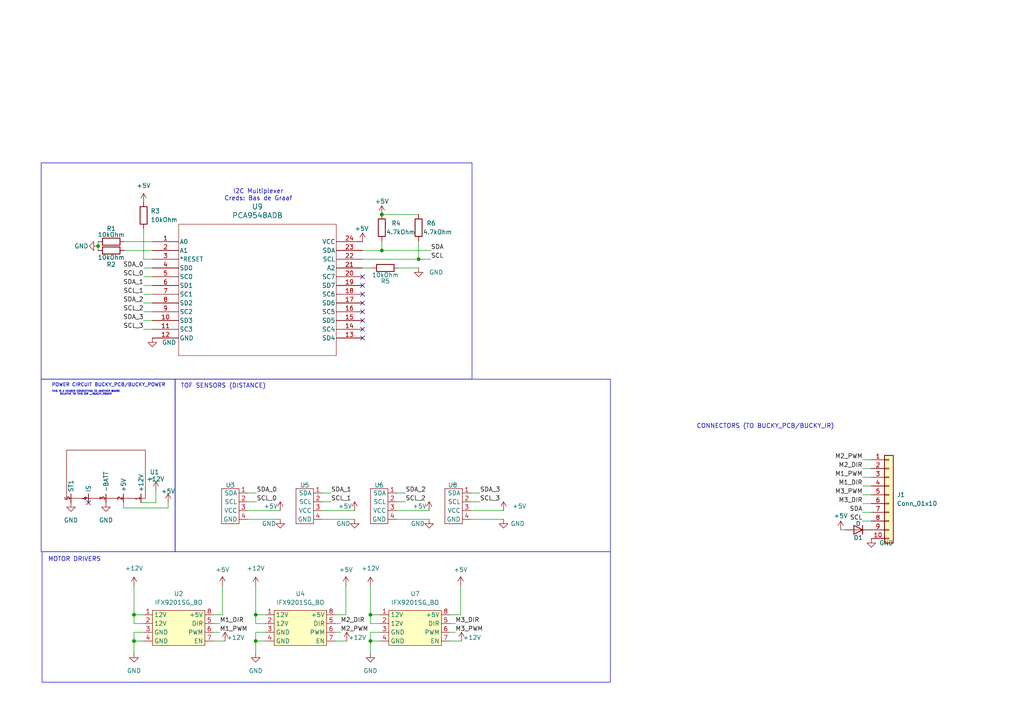
<source format=kicad_sch>
(kicad_sch (version 20231120) (generator "eeschema") (generator_version "8.0")
  (paper "A4")
  (title_block (title "MAIN BOARD") (date "2024-09-11") (rev "V1") (company "koen1711"))
  (lib_symbols
    (symbol "+5V_1" (power) (pin_numbers hide) (pin_names (offset 0) hide)
      (property "Value" "+5V" (at 0 3.556 0))
      (symbol "+5V_1_0_1"
        (polyline (pts (xy -0.762 1.27) (xy 0 2.54)))
        (polyline (pts (xy 0 0) (xy 0 2.54)))
        (polyline (pts (xy 0 2.54) (xy 0.762 1.27)))
      )
      (symbol "+5V_1_1_1"
        (pin power_in line (at 0 0 90) (length 0) (name "~") (number "1"))
      )
    )
    (symbol "+5V_2" (power) (pin_numbers hide) (pin_names (offset 0) hide)
      (property "Value" "+5V" (at 0 3.556 0))
      (symbol "+5V_2_0_1"
        (polyline (pts (xy -0.762 1.27) (xy 0 2.54)))
        (polyline (pts (xy 0 0) (xy 0 2.54)))
        (polyline (pts (xy 0 2.54) (xy 0.762 1.27)))
      )
      (symbol "+5V_2_1_1"
        (pin power_in line (at 0 0 90) (length 0) (name "~") (number "1"))
      )
    )
    (symbol "+5V_3" (power) (pin_numbers hide) (pin_names (offset 0) hide)
      (property "Value" "+5V" (at 0 3.556 0))
      (symbol "+5V_3_0_1"
        (polyline (pts (xy -0.762 1.27) (xy 0 2.54)))
        (polyline (pts (xy 0 0) (xy 0 2.54)))
        (polyline (pts (xy 0 2.54) (xy 0.762 1.27)))
      )
      (symbol "+5V_3_1_1"
        (pin power_in line (at 0 0 90) (length 0) (name "~") (number "1"))
      )
    )
    (symbol "+5V_4" (power) (pin_numbers hide) (pin_names (offset 0) hide)
      (property "Value" "+5V" (at 0 3.556 0))
      (symbol "+5V_4_0_1"
        (polyline (pts (xy -0.762 1.27) (xy 0 2.54)))
        (polyline (pts (xy 0 0) (xy 0 2.54)))
        (polyline (pts (xy 0 2.54) (xy 0.762 1.27)))
      )
      (symbol "+5V_4_1_1"
        (pin power_in line (at 0 0 90) (length 0) (name "~") (number "1"))
      )
    )
    (symbol "+5V_5" (power) (pin_numbers hide) (pin_names (offset 0) hide)
      (property "Value" "+5V" (at 0 3.556 0))
      (symbol "+5V_5_0_1"
        (polyline (pts (xy -0.762 1.27) (xy 0 2.54)))
        (polyline (pts (xy 0 0) (xy 0 2.54)))
        (polyline (pts (xy 0 2.54) (xy 0.762 1.27)))
      )
      (symbol "+5V_5_1_1"
        (pin power_in line (at 0 0 90) (length 0) (name "~") (number "1"))
      )
    )
    (symbol "+5V_6" (power) (pin_numbers hide) (pin_names (offset 0) hide)
      (property "Value" "+5V" (at 0 3.556 0))
      (symbol "+5V_6_0_1"
        (polyline (pts (xy -0.762 1.27) (xy 0 2.54)))
        (polyline (pts (xy 0 0) (xy 0 2.54)))
        (polyline (pts (xy 0 2.54) (xy 0.762 1.27)))
      )
      (symbol "+5V_6_1_1"
        (pin power_in line (at 0 0 90) (length 0) (name "~") (number "1"))
      )
    )
    (symbol "BUCKY_DRIVE:BUCKY_POWER"
      (property "Reference" "U4" (at 12.7 -8.8899 0))
      (property "Value" "~" (at 12.7 -10.795 0))
      (symbol "BUCKY_POWER_0_1"
        (rectangle (start -11.43 -2.54) (end 11.43 -16.51))
      )
      (symbol "BUCKY_POWER_1_1"
        (pin power_out line (at 10.16 -17.78 90) (length 2.54) (name "+12V") (number "1"))
        (pin power_out line (at 5.08 -17.78 90) (length 2.54) (name "+5V") (number "2"))
        (pin power_in line (at 0 -17.78 90) (length 2.54) (name "-BATT") (number "3"))
        (pin bidirectional line (at -5.08 -17.78 90) (length 2.54) (name "IS") (number "4"))
        (pin bidirectional line (at -10.16 -17.78 90) (length 2.54) (name "ST1") (number "5"))
      )
    )
    (symbol "BUCKY_DRIVE:IFX9201SG_BO"
      (property "Reference" "U" (at -5.08 6.35 0))
      (property "Value" "IFX9201SG_BO" (at 5.08 6.35 0))
      (symbol "IFX9201SG_BO_0_1"
        (rectangle (start -5.08 5.08) (end 10.16 -5.08) (stroke (width 0.1524)) (fill (type background)))
      )
      (symbol "IFX9201SG_BO_1_1"
        (pin power_in line (at -7.62 3.81 0) (length 2.54) (name "12V") (number "1"))
        (pin power_in line (at -7.62 1.27 0) (length 2.54) (name "12V") (number "2"))
        (pin power_out line (at -7.62 -1.27 0) (length 2.54) (name "GND") (number "3"))
        (pin power_out line (at -7.62 -3.81 0) (length 2.54) (name "GND") (number "4"))
        (pin input line (at 12.7 1.27 180) (length 2.54) (name "DIR") (number "5"))
        (pin input line (at 12.7 -1.27 180) (length 2.54) (name "PWM") (number "6"))
        (pin input line (at 12.7 -3.81 180) (length 2.54) (name "EN") (number "7"))
        (pin power_in line (at 12.7 3.81 180) (length 2.54) (name "+5V") (number "8"))
      )
    )
    (symbol "BUCKY_MULTIPLEXER:PCA9548ADB" (pin_names (offset 0.254))
      (property "Reference" "U" (at 30.48 10.16 0))
      (property "Value" "PCA9548ADB" (at 30.48 7.62 0))
      (symbol "PCA9548ADB_0_1"
        (polyline (pts (xy 7.62 -33.02) (xy 53.34 -33.02)) (stroke (width 0.127)))
        (polyline (pts (xy 7.62 5.08) (xy 7.62 -33.02)) (stroke (width 0.127)))
        (polyline (pts (xy 53.34 -33.02) (xy 53.34 5.08)) (stroke (width 0.127)))
        (polyline (pts (xy 53.34 5.08) (xy 7.62 5.08)) (stroke (width 0.127)))
        (pin input line (at 0 0 0) (length 7.62) (name "A0") (number "1"))
        (pin unspecified line (at 0 -22.86 0) (length 7.62) (name "SD3") (number "10"))
        (pin unspecified line (at 0 -25.4 0) (length 7.62) (name "SC3") (number "11"))
        (pin power_in line (at 0 -27.94 0) (length 7.62) (name "GND") (number "12"))
        (pin unspecified line (at 60.96 -27.94 180) (length 7.62) (name "SD4") (number "13"))
        (pin unspecified line (at 60.96 -25.4 180) (length 7.62) (name "SC4") (number "14"))
        (pin unspecified line (at 60.96 -22.86 180) (length 7.62) (name "SD5") (number "15"))
        (pin unspecified line (at 60.96 -20.32 180) (length 7.62) (name "SC5") (number "16"))
        (pin unspecified line (at 60.96 -17.78 180) (length 7.62) (name "SD6") (number "17"))
        (pin unspecified line (at 60.96 -15.24 180) (length 7.62) (name "SC6") (number "18"))
        (pin unspecified line (at 60.96 -12.7 180) (length 7.62) (name "SD7") (number "19"))
        (pin input line (at 0 -2.54 0) (length 7.62) (name "A1") (number "2"))
        (pin unspecified line (at 60.96 -10.16 180) (length 7.62) (name "SC7") (number "20"))
        (pin input line (at 60.96 -7.62 180) (length 7.62) (name "A2") (number "21"))
        (pin unspecified line (at 60.96 -5.08 180) (length 7.62) (name "SCL") (number "22"))
        (pin unspecified line (at 60.96 -2.54 180) (length 7.62) (name "SDA") (number "23"))
        (pin power_in line (at 60.96 0 180) (length 7.62) (name "VCC") (number "24"))
        (pin input line (at 0 -5.08 0) (length 7.62) (name "*RESET") (number "3"))
        (pin unspecified line (at 0 -7.62 0) (length 7.62) (name "SD0") (number "4"))
        (pin unspecified line (at 0 -10.16 0) (length 7.62) (name "SC0") (number "5"))
        (pin unspecified line (at 0 -12.7 0) (length 7.62) (name "SD1") (number "6"))
        (pin unspecified line (at 0 -15.24 0) (length 7.62) (name "SC1") (number "7"))
        (pin unspecified line (at 0 -17.78 0) (length 7.62) (name "SD2") (number "8"))
        (pin unspecified line (at 0 -20.32 0) (length 7.62) (name "SC2") (number "9"))
      )
    )
    (symbol "BUCKY_TOF_1"
      (property "Reference" "U8" (at -0.254 1.016 0))
      (property "Value" "~" (at 0 1.27 0))
      (symbol "BUCKY_TOF_1_0_1"
        (rectangle (start -2.54 0) (end 2.54 -10.16))
      )
      (symbol "BUCKY_TOF_1_1_1"
        (pin bidirectional line (at 5.08 -1.27 180) (length 2.54) (name "SDA") (number "1"))
        (pin bidirectional line (at 5.08 -3.81 180) (length 2.54) (name "SCL") (number "2"))
        (pin power_in line (at 5.08 -6.35 180) (length 2.54) (name "VCC") (number "3"))
        (pin power_out line (at 5.08 -8.89 180) (length 2.54) (name "GND") (number "4"))
      )
    )
    (symbol "BUCKY_TOF_2"
      (property "Reference" "U" (at 0 1.27 0))
      (symbol "BUCKY_TOF_2_0_1"
        (rectangle (start -2.54 0) (end 2.54 -10.16))
      )
      (symbol "BUCKY_TOF_2_1_1"
        (pin bidirectional line (at 5.08 -1.27 180) (length 2.54) (name "SDA") (number "1"))
        (pin bidirectional line (at 5.08 -3.81 180) (length 2.54) (name "SCL") (number "2"))
        (pin power_in line (at 5.08 -6.35 180) (length 2.54) (name "VCC") (number "3"))
        (pin power_out line (at 5.08 -8.89 180) (length 2.54) (name "GND") (number "4"))
      )
    )
    (symbol "Connector_Generic:Conn_01x10" (pin_names (offset 1.016) hide)
      (property "Reference" "J" (at 0 12.7 0))
      (property "Value" "Conn_01x10" (at 0 -15.24 0))
      (symbol "Conn_01x10_1_1"
        (rectangle (start -1.27 -12.573) (end 0 -12.827) (stroke (width 0.1524)))
        (rectangle (start -1.27 -10.033) (end 0 -10.287) (stroke (width 0.1524)))
        (rectangle (start -1.27 -7.493) (end 0 -7.747) (stroke (width 0.1524)))
        (rectangle (start -1.27 -4.953) (end 0 -5.207) (stroke (width 0.1524)))
        (rectangle (start -1.27 -2.413) (end 0 -2.667) (stroke (width 0.1524)))
        (rectangle (start -1.27 0.127) (end 0 -0.127) (stroke (width 0.1524)))
        (rectangle (start -1.27 2.667) (end 0 2.413) (stroke (width 0.1524)))
        (rectangle (start -1.27 5.207) (end 0 4.953) (stroke (width 0.1524)))
        (rectangle (start -1.27 7.747) (end 0 7.493) (stroke (width 0.1524)))
        (rectangle (start -1.27 10.287) (end 0 10.033) (stroke (width 0.1524)))
        (rectangle (start -1.27 11.43) (end 1.27 -13.97) (stroke (width 0.254)) (fill (type background)))
        (pin passive line (at -5.08 10.16 0) (length 3.81) (name "Pin_1") (number "1"))
        (pin passive line (at -5.08 -12.7 0) (length 3.81) (name "Pin_10") (number "10"))
        (pin passive line (at -5.08 7.62 0) (length 3.81) (name "Pin_2") (number "2"))
        (pin passive line (at -5.08 5.08 0) (length 3.81) (name "Pin_3") (number "3"))
        (pin passive line (at -5.08 2.54 0) (length 3.81) (name "Pin_4") (number "4"))
        (pin passive line (at -5.08 0 0) (length 3.81) (name "Pin_5") (number "5"))
        (pin passive line (at -5.08 -2.54 0) (length 3.81) (name "Pin_6") (number "6"))
        (pin passive line (at -5.08 -5.08 0) (length 3.81) (name "Pin_7") (number "7"))
        (pin passive line (at -5.08 -7.62 0) (length 3.81) (name "Pin_8") (number "8"))
        (pin passive line (at -5.08 -10.16 0) (length 3.81) (name "Pin_9") (number "9"))
      )
    )
    (symbol "Device:D" (pin_numbers hide) (pin_names (offset 1.016) hide)
      (property "Reference" "D" (at 0 2.54 0))
      (property "Value" "D" (at 0 -2.54 0))
      (symbol "D_0_1"
        (polyline (pts (xy -1.27 1.27) (xy -1.27 -1.27)) (stroke (width 0.254)))
        (polyline (pts (xy 1.27 0) (xy -1.27 0)))
        (polyline (pts (xy 1.27 1.27) (xy 1.27 -1.27) (xy -1.27 0) (xy 1.27 1.27)) (stroke (width 0.254)))
      )
      (symbol "D_1_1"
        (pin passive line (at -3.81 0 0) (length 2.54) (name "K") (number "1"))
        (pin passive line (at 3.81 0 180) (length 2.54) (name "A") (number "2"))
      )
    )
    (symbol "Device:R" (pin_numbers hide) (pin_names (offset 0))
      (property "Reference" "R" (at 2.032 0 90))
      (property "Value" "R" (at 0 0 90))
      (symbol "R_0_1"
        (rectangle (start -1.016 -2.54) (end 1.016 2.54) (stroke (width 0.254)))
      )
      (symbol "R_1_1"
        (pin passive line (at 0 3.81 270) (length 1.27) (name "~") (number "1"))
        (pin passive line (at 0 -3.81 90) (length 1.27) (name "~") (number "2"))
      )
    )
    (symbol "GND_1" (power) (pin_numbers hide) (pin_names (offset 0) hide)
      (property "Value" "GND" (at 0 -3.81 0))
      (symbol "GND_1_0_1"
        (polyline (pts (xy 0 0) (xy 0 -1.27) (xy 1.27 -1.27) (xy 0 -2.54) (xy -1.27 -1.27) (xy 0 -1.27)))
      )
      (symbol "GND_1_1_1"
        (pin power_in line (at 0 0 270) (length 0) (name "~") (number "1"))
      )
    )
    (symbol "GND_2" (power) (pin_numbers hide) (pin_names (offset 0) hide)
      (property "Value" "GND" (at 0 -3.81 0))
      (symbol "GND_2_0_1"
        (polyline (pts (xy 0 0) (xy 0 -1.27) (xy 1.27 -1.27) (xy 0 -2.54) (xy -1.27 -1.27) (xy 0 -1.27)))
      )
      (symbol "GND_2_1_1"
        (pin power_in line (at 0 0 270) (length 0) (name "~") (number "1"))
      )
    )
    (symbol "GND_3" (power) (pin_numbers hide) (pin_names (offset 0) hide)
      (property "Value" "GND" (at 0 -3.81 0))
      (symbol "GND_3_0_1"
        (polyline (pts (xy 0 0) (xy 0 -1.27) (xy 1.27 -1.27) (xy 0 -2.54) (xy -1.27 -1.27) (xy 0 -1.27)))
      )
      (symbol "GND_3_1_1"
        (pin power_in line (at 0 0 270) (length 0) (name "~") (number "1"))
      )
    )
    (symbol "GND_4" (power) (pin_numbers hide) (pin_names (offset 0) hide)
      (property "Value" "GND" (at 0 -3.81 0))
      (symbol "GND_4_0_1"
        (polyline (pts (xy 0 0) (xy 0 -1.27) (xy 1.27 -1.27) (xy 0 -2.54) (xy -1.27 -1.27) (xy 0 -1.27)))
      )
      (symbol "GND_4_1_1"
        (pin power_in line (at 0 0 270) (length 0) (name "~") (number "1"))
      )
    )
    (symbol "GND_5" (power) (pin_numbers hide) (pin_names (offset 0) hide)
      (property "Value" "GND" (at 0 -3.81 0))
      (symbol "GND_5_0_1"
        (polyline (pts (xy 0 0) (xy 0 -1.27) (xy 1.27 -1.27) (xy 0 -2.54) (xy -1.27 -1.27) (xy 0 -1.27)))
      )
      (symbol "GND_5_1_1"
        (pin power_in line (at 0 0 270) (length 0) (name "~") (number "1"))
      )
    )
    (symbol "GND_6" (power) (pin_numbers hide) (pin_names (offset 0) hide)
      (property "Value" "GND" (at 0 -3.81 0))
      (symbol "GND_6_0_1"
        (polyline (pts (xy 0 0) (xy 0 -1.27) (xy 1.27 -1.27) (xy 0 -2.54) (xy -1.27 -1.27) (xy 0 -1.27)))
      )
      (symbol "GND_6_1_1"
        (pin power_in line (at 0 0 270) (length 0) (name "~") (number "1"))
      )
    )
    (symbol "power:+12V" (power) (pin_names (offset 0))
      (property "Value" "+12V" (at 0 3.556 0))
      (symbol "+12V_0_1"
        (polyline (pts (xy -0.762 1.27) (xy 0 2.54)))
        (polyline (pts (xy 0 0) (xy 0 2.54)))
        (polyline (pts (xy 0 2.54) (xy 0.762 1.27)))
      )
      (symbol "+12V_1_1"
        (pin power_in line (at 0 0 90) (length 0) hide (name "+12V") (number "1"))
      )
    )
    (symbol "power:+5V" (power) (pin_names (offset 0))
      (property "Value" "+5V" (at 0 3.556 0))
      (symbol "+5V_0_1"
        (polyline (pts (xy -0.762 1.27) (xy 0 2.54)))
        (polyline (pts (xy 0 0) (xy 0 2.54)))
        (polyline (pts (xy 0 2.54) (xy 0.762 1.27)))
      )
      (symbol "+5V_1_1"
        (pin power_in line (at 0 0 90) (length 0) hide (name "+5V") (number "1"))
      )
    )
    (symbol "power:GND" (power) (pin_names (offset 0))
      (property "Value" "GND" (at 0 -3.81 0))
      (symbol "GND_0_1"
        (polyline (pts (xy 0 0) (xy 0 -1.27) (xy 1.27 -1.27) (xy 0 -2.54) (xy -1.27 -1.27) (xy 0 -1.27)))
      )
      (symbol "GND_1_1"
        (pin power_in line (at 0 0 270) (length 0) hide (name "GND") (number "1"))
      )
    )
  )
  (junction (at 28.448 71.374))
  (junction (at 38.862 185.928))
  (junction (at 121.412 75.184))
  (junction (at 74.168 178.308))
  (junction (at 74.168 185.928))
  (junction (at 107.442 178.308))
  (junction (at 38.862 178.308))
  (junction (at 110.744 72.644))
  (junction (at 110.744 62.23))
  (junction (at 107.442 185.928))
  (no_connect (at 105.156 85.344))
  (no_connect (at 105.156 87.884))
  (no_connect (at 105.156 82.804))
  (no_connect (at 25.654 145.796))
  (no_connect (at 105.156 95.504))
  (no_connect (at 105.156 92.964))
  (no_connect (at 105.156 98.044))
  (no_connect (at 105.156 90.424))
  (no_connect (at 105.156 80.264))
  (wire (pts (xy 28.448 70.104) (xy 28.448 71.374)))
  (wire (pts (xy 41.656 92.964) (xy 44.196 92.964)))
  (wire (pts (xy 107.95 77.724) (xy 105.156 77.724)))
  (wire (pts (xy 121.412 75.184) (xy 124.968 75.184)))
  (wire (pts (xy 76.962 183.388) (xy 74.168 183.388)))
  (wire (pts (xy 102.87 148.082) (xy 93.472 148.082)))
  (wire (pts (xy 110.236 180.848) (xy 107.442 180.848)))
  (wire (pts (xy 110.744 69.85) (xy 110.744 72.644)))
  (wire (pts (xy 115.062 145.542) (xy 117.602 145.542)))
  (wire (pts (xy 41.656 183.388) (xy 38.862 183.388)))
  (wire (pts (xy 136.652 143.002) (xy 139.192 143.002)))
  (wire (pts (xy 41.656 82.804) (xy 44.196 82.804)))
  (wire (pts (xy 250.19 146.05) (xy 252.73 146.05)))
  (wire (pts (xy 41.656 95.504) (xy 44.196 95.504)))
  (wire (pts (xy 36.068 70.104) (xy 44.196 70.104)))
  (wire (pts (xy 41.656 180.848) (xy 38.862 180.848)))
  (wire (pts (xy 41.656 87.884) (xy 44.196 87.884)))
  (wire (pts (xy 81.28 150.622) (xy 71.882 150.622)))
  (wire (pts (xy 81.28 148.082) (xy 71.882 148.082)))
  (wire (pts (xy 133.604 169.799) (xy 133.604 178.308)))
  (wire (pts (xy 74.168 178.308) (xy 74.168 169.926)))
  (wire (pts (xy 107.442 185.928) (xy 107.442 189.484)))
  (wire (pts (xy 71.882 143.002) (xy 74.422 143.002)))
  (wire (pts (xy 45.212 142.24) (xy 45.212 145.796)))
  (wire (pts (xy 107.442 180.848) (xy 107.442 178.308)))
  (wire (pts (xy 97.282 180.848) (xy 98.806 180.848)))
  (wire (pts (xy 64.516 178.308) (xy 61.976 178.308)))
  (wire (pts (xy 41.656 85.344) (xy 44.196 85.344)))
  (wire (pts (xy 48.768 145.796) (xy 48.768 147.32)))
  (wire (pts (xy 250.19 138.43) (xy 252.73 138.43)))
  (wire (pts (xy 121.412 77.724) (xy 115.57 77.724)))
  (wire (pts (xy 124.46 148.082) (xy 115.062 148.082)))
  (wire (pts (xy 100.584 185.928) (xy 97.282 185.928)))
  (wire (pts (xy 146.05 150.622) (xy 136.652 150.622)))
  (wire (pts (xy 121.412 69.85) (xy 121.412 75.184)))
  (wire (pts (xy 35.814 147.32) (xy 35.814 145.796)))
  (wire (pts (xy 93.472 145.542) (xy 96.012 145.542)))
  (wire (pts (xy 130.556 183.388) (xy 132.08 183.388)))
  (wire (pts (xy 133.858 185.928) (xy 130.556 185.928)))
  (wire (pts (xy 97.282 183.388) (xy 98.806 183.388)))
  (wire (pts (xy 133.604 178.308) (xy 130.556 178.308)))
  (wire (pts (xy 61.976 183.388) (xy 63.754 183.388)))
  (wire (pts (xy 93.472 143.002) (xy 96.012 143.002)))
  (wire (pts (xy 110.744 72.644) (xy 124.968 72.644)))
  (wire (pts (xy 107.442 185.928) (xy 110.236 185.928)))
  (wire (pts (xy 38.862 183.388) (xy 38.862 185.928)))
  (wire (pts (xy 250.19 148.59) (xy 252.73 148.59)))
  (wire (pts (xy 71.882 145.542) (xy 74.422 145.542)))
  (wire (pts (xy 41.656 90.424) (xy 44.196 90.424)))
  (wire (pts (xy 65.278 185.928) (xy 61.976 185.928)))
  (wire (pts (xy 45.212 145.796) (xy 40.894 145.796)))
  (wire (pts (xy 76.962 180.848) (xy 74.168 180.848)))
  (wire (pts (xy 110.744 62.23) (xy 121.412 62.23)))
  (wire (pts (xy 74.168 180.848) (xy 74.168 178.308)))
  (wire (pts (xy 41.656 66.294) (xy 41.656 75.184)))
  (wire (pts (xy 28.448 71.374) (xy 28.448 72.644)))
  (wire (pts (xy 107.442 178.308) (xy 110.236 178.308)))
  (wire (pts (xy 250.19 133.35) (xy 252.73 133.35)))
  (wire (pts (xy 107.442 178.308) (xy 107.442 169.926)))
  (wire (pts (xy 44.196 75.184) (xy 41.656 75.184)))
  (wire (pts (xy 105.156 75.184) (xy 121.412 75.184)))
  (wire (pts (xy 250.19 135.89) (xy 252.73 135.89)))
  (wire (pts (xy 38.862 185.928) (xy 38.862 189.484)))
  (wire (pts (xy 64.516 169.799) (xy 64.516 178.308)))
  (wire (pts (xy 38.862 180.848) (xy 38.862 178.308)))
  (wire (pts (xy 146.05 148.082) (xy 136.652 148.082)))
  (wire (pts (xy 102.87 150.622) (xy 93.472 150.622)))
  (wire (pts (xy 48.768 147.32) (xy 35.814 147.32)))
  (wire (pts (xy 41.656 80.264) (xy 44.196 80.264)))
  (wire (pts (xy 105.156 72.644) (xy 110.744 72.644)))
  (wire (pts (xy 38.862 178.308) (xy 38.862 169.926)))
  (wire (pts (xy 124.46 150.622) (xy 115.062 150.622)))
  (wire (pts (xy 250.19 143.51) (xy 252.73 143.51)))
  (wire (pts (xy 36.068 72.644) (xy 44.196 72.644)))
  (wire (pts (xy 107.442 183.388) (xy 107.442 185.928)))
  (wire (pts (xy 41.656 77.724) (xy 44.196 77.724)))
  (wire (pts (xy 74.168 183.388) (xy 74.168 185.928)))
  (wire (pts (xy 38.862 185.928) (xy 41.656 185.928)))
  (wire (pts (xy 100.33 178.308) (xy 97.282 178.308)))
  (wire (pts (xy 38.862 178.308) (xy 41.656 178.308)))
  (wire (pts (xy 74.168 178.308) (xy 76.962 178.308)))
  (wire (pts (xy 100.33 169.799) (xy 100.33 178.308)))
  (wire (pts (xy 243.84 153.67) (xy 245.11 153.67)))
  (wire (pts (xy 74.168 185.928) (xy 74.168 189.484)))
  (wire (pts (xy 130.556 180.848) (xy 132.08 180.848)))
  (wire (pts (xy 250.19 151.13) (xy 252.73 151.13)))
  (wire (pts (xy 250.19 140.97) (xy 252.73 140.97)))
  (wire (pts (xy 115.062 143.002) (xy 117.602 143.002)))
  (wire (pts (xy 136.652 145.542) (xy 139.192 145.542)))
  (wire (pts (xy 61.976 180.848) (xy 63.754 180.848)))
  (wire (pts (xy 110.236 183.388) (xy 107.442 183.388)))
  (wire (pts (xy 74.168 185.928) (xy 76.962 185.928)))
  (rectangle (start 11.938 47.244) (end 136.906 109.982))
  (rectangle (start 12.192 160.02) (end 177.038 197.866))
  (rectangle (start 11.938 109.982) (end 50.8 160.02))
  (rectangle (start 50.8 109.982) (end 177.038 160.02))
  (text "CONNECTORS (TO BUCKY_PCB/BUCKY_IR)" (at 221.996 123.698 0) (effects (font (size 1.27 1.27))))
  (text "TOF SENSORS (DISTANCE)\n" (at 64.77 112.014 0) (effects (font (size 1.27 1.27))))
  (text "I2C Multiplexer\nCreds: Bas de Graaf\n" (at 74.93 56.642 0) (effects (font (size 1.27 1.27))))
  (text "THIS IS A HEADER CONNECTING TO ANOTHER BOARD\nRELATIVE TO THIS DIR ../BUCKY_POWER" (at 24.892 114.046 0) (effects (font (size 0.5 0.5))))
  (text "MOTOR DRIVERS\n" (at 21.59 162.306 0) (effects (font (size 1.27 1.27))))
  (text "POWER CIRCUIT BUCKY_PCB/BUCKY_POWER\n" (at 31.496 111.76 0) (effects (font (size 1 1))))
  (label "SDA" (at 250.19 148.59 180))
  (label "SDA_0" (at 41.656 77.724 180))
  (label "SDA_2" (at 117.602 143.002 0))
  (label "M2_PWM" (at 250.19 133.35 180))
  (label "SDA_3" (at 41.656 92.964 180))
  (label "M3_PWM" (at 132.08 183.388 0))
  (label "M1_DIR" (at 63.754 180.848 0))
  (label "SDA" (at 124.968 72.644 0))
  (label "SCL_1" (at 96.012 145.542 0))
  (label "SCL_3" (at 41.656 95.504 180))
  (label "M1_DIR" (at 250.19 140.97 180))
  (label "SCL_3" (at 139.192 145.542 0))
  (label "SCL_2" (at 41.656 90.424 180))
  (label "SDA_1" (at 41.656 82.804 180))
  (label "M3_DIR" (at 250.19 146.05 180))
  (label "M3_PWM" (at 250.19 143.51 180))
  (label "M1_PWM" (at 250.19 138.43 180))
  (label "M3_DIR" (at 132.08 180.848 0))
  (label "SCL" (at 250.19 151.13 180))
  (label "M2_PWM" (at 98.806 183.388 0))
  (label "SCL_0" (at 74.422 145.542 0))
  (label "SCL" (at 124.968 75.184 0))
  (label "SCL_0" (at 41.656 80.264 180))
  (label "M1_PWM" (at 63.754 183.388 0))
  (label "M2_DIR" (at 250.19 135.89 180))
  (label "SDA_2" (at 41.656 87.884 180))
  (label "SCL_1" (at 41.656 85.344 180))
  (label "SDA_1" (at 96.012 143.002 0))
  (label "SDA_3" (at 139.192 143.002 0))
  (label "M2_DIR" (at 98.806 180.848 0))
  (label "SCL_2" (at 117.602 145.542 0))
  (label "SDA_0" (at 74.422 143.002 0))
  (symbol (lib_name "GND_1") (lib_id "power:GND") (at 81.28 150.622 0) (unit 1)
    (property "Reference" "#PWR012" (effects (hide yes)))
    (property "Value" "GND" (at 75.946 151.892 0) (effects (justify left)))
    (property "Description" "Power symbol creates a global label with name \"GND\" , ground" (effects (hide yes)))
  )
  (symbol (lib_name "GND_4") (lib_id "power:GND") (at 44.196 98.044 0) (unit 1)
    (property "Reference" "#PWR027" (effects (hide yes)))
    (property "Value" "GND" (at 46.99 99.3139 0) (effects (justify left)))
    (property "Description" "Power symbol creates a global label with name \"GND\" , ground" (effects (hide yes)))
  )
  (symbol (lib_name "+5V_6") (lib_id "power:+5V") (at 41.656 58.674 0) (unit 1)
    (property "Reference" "#PWR026" (effects (hide yes)))
    (property "Value" "+5V" (at 41.656 53.848 0))
    (property "Description" "Power symbol creates a global label with name \"+5V\"" (effects (hide yes)))
  )
  (symbol (lib_name "GND_1") (lib_id "power:GND") (at 124.46 150.622 0) (unit 1)
    (property "Reference" "#PWR020" (effects (hide yes)))
    (property "Value" "GND" (at 119.126 151.892 0) (effects (justify left)))
    (property "Description" "Power symbol creates a global label with name \"GND\" , ground" (effects (hide yes)))
  )
  (symbol (lib_id "Device:R") (at 111.76 77.724 270) (unit 1)
    (property "Reference" "R5" (at 111.76 81.534 90))
    (property "Value" "10kOhm" (at 111.76 79.756 90))
    (property "Footprint" "Resistor_SMD:R_0805_2012Metric" (effects (hide yes)))
    (property "Description" "Resistor" (effects (hide yes)))
  )
  (symbol (lib_id "power:GND") (at 74.168 189.484 0) (unit 1)
    (property "Reference" "#PWR010" (effects (hide yes)))
    (property "Value" "GND" (at 74.168 194.564 0))
  )
  (symbol (lib_id "BUCKY_MULTIPLEXER:PCA9548ADB") (at 44.196 70.104 0) (unit 1)
    (property "Reference" "U9" (at 74.676 59.944 0) (effects (font (size 1.524 1.524))))
    (property "Value" "PCA9548ADB" (at 74.676 62.484 0) (effects (font (size 1.524 1.524))))
    (property "Footprint" "BUCKY_DRIVE:DB24" (effects (hide yes)))
    (property "Datasheet" "PCA9548ADB" (effects (hide yes)))
  )
  (symbol (lib_name "+5V_1") (lib_id "power:+5V") (at 102.87 148.082 0) (unit 1)
    (property "Reference" "#PWR015" (effects (hide yes)))
    (property "Value" "+5V" (at 98.044 146.812 0) (effects (justify left)))
    (property "Description" "Power symbol creates a global label with name \"+5V\"" (effects (hide yes)))
  )
  (symbol (lib_name "+5V_2") (lib_id "power:+5V") (at 133.604 169.799 0) (unit 1)
    (property "Reference" "#PWR021" (effects (hide yes)))
    (property "Value" "+5V" (at 133.604 165.227 0))
    (property "Description" "Power symbol creates a global label with name \"+5V\"" (effects (hide yes)))
  )
  (symbol (lib_id "Device:R") (at 32.258 72.644 90) (unit 1)
    (property "Reference" "R2" (at 32.258 76.708 90))
    (property "Value" "10kOhm" (at 32.258 74.676 90))
    (property "Footprint" "Resistor_SMD:R_0805_2012Metric" (effects (hide yes)))
    (property "Description" "Resistor" (effects (hide yes)))
  )
  (symbol (lib_id "power:GND") (at 38.862 189.484 0) (unit 1)
    (property "Reference" "#PWR04" (effects (hide yes)))
    (property "Value" "GND" (at 38.862 194.564 0))
  )
  (symbol (lib_id "BUCKY_DRIVE:IFX9201SG_BO") (at 117.856 182.118 0) (unit 1)
    (property "Reference" "U7" (at 120.396 172.212 0))
    (property "Value" "IFX9201SG_BO" (at 120.396 174.752 0))
    (property "Footprint" "BUCKY_DRIVE:IFX9201SG_BO" (effects (hide yes)))
  )
  (symbol (lib_name "BUCKY_TOF_2") (lib_id "BUCKY_DRIVE:BUCKY_TOF") (at 88.392 141.732 0) (unit 1)
    (property "Reference" "U5" (at 88.392 140.716 0))
    (property "Value" "~" (at 88.392 140.462 0))
    (property "Footprint" "BUCKY_DRIVE:BUCKY_TOF" (effects (hide yes)))
  )
  (symbol (lib_name "+5V_4") (lib_id "power:+5V") (at 105.156 70.104 0) (unit 1)
    (property "Reference" "#PWR030" (effects (hide yes)))
    (property "Value" "+5V" (at 104.902 66.294 0))
    (property "Description" "Power symbol creates a global label with name \"+5V\"" (effects (hide yes)))
  )
  (symbol (lib_name "+5V_2") (lib_id "power:+5V") (at 100.33 169.799 0) (unit 1)
    (property "Reference" "#PWR013" (effects (hide yes)))
    (property "Value" "+5V" (at 100.33 165.227 0))
    (property "Description" "Power symbol creates a global label with name \"+5V\"" (effects (hide yes)))
  )
  (symbol (lib_id "power:+12V") (at 107.442 169.926 0) (unit 1)
    (property "Reference" "#PWR017" (effects (hide yes)))
    (property "Value" "+12V" (at 107.442 164.846 0))
  )
  (symbol (lib_name "BUCKY_TOF_1") (lib_id "BUCKY_DRIVE:BUCKY_TOF") (at 131.572 141.732 0) (unit 1)
    (property "Reference" "U8" (at 131.318 140.716 0))
    (property "Value" "~" (at 131.572 140.462 0))
    (property "Footprint" "BUCKY_DRIVE:BUCKY_TOF" (effects (hide yes)))
  )
  (symbol (lib_name "+5V_3") (lib_id "power:+5V") (at 243.84 153.67 0) (unit 1)
    (property "Reference" "#PWR028" (effects (hide yes)))
    (property "Value" "+5V" (at 241.808 149.606 0) (effects (justify left)))
    (property "Description" "Power symbol creates a global label with name \"+5V\"" (effects (hide yes)))
  )
  (symbol (lib_name "+5V_1") (lib_id "power:+5V") (at 124.46 148.082 0) (unit 1)
    (property "Reference" "#PWR019" (effects (hide yes)))
    (property "Value" "+5V" (at 119.634 146.812 0) (effects (justify left)))
    (property "Description" "Power symbol creates a global label with name \"+5V\"" (effects (hide yes)))
  )
  (symbol (lib_id "power:+12V") (at 45.212 142.24 0) (unit 1)
    (property "Reference" "#PWR05" (effects (hide yes)))
    (property "Value" "+12V" (at 42.418 138.938 0) (effects (justify left)))
  )
  (symbol (lib_name "GND_1") (lib_id "power:GND") (at 146.05 150.622 0) (unit 1)
    (property "Reference" "#PWR024" (effects (hide yes)))
    (property "Value" "GND" (at 148.082 151.8919 0) (effects (justify left)))
    (property "Description" "Power symbol creates a global label with name \"GND\" , ground" (effects (hide yes)))
  )
  (symbol (lib_id "power:+5V") (at 48.768 145.796 0) (unit 1)
    (property "Reference" "#PWR06" (effects (hide yes)))
    (property "Value" "+5V" (at 48.768 142.494 0))
  )
  (symbol (lib_name "GND_6") (lib_id "power:GND") (at 121.412 77.724 0) (unit 1)
    (property "Reference" "#PWR032" (effects (hide yes)))
    (property "Value" "GND" (at 124.46 78.9939 0) (effects (justify left)))
    (property "Description" "Power symbol creates a global label with name \"GND\" , ground" (effects (hide yes)))
  )
  (symbol (lib_id "BUCKY_DRIVE:IFX9201SG_BO") (at 49.276 182.118 0) (unit 1)
    (property "Reference" "U2" (at 51.816 172.212 0))
    (property "Value" "IFX9201SG_BO" (at 51.816 174.752 0))
    (property "Footprint" "BUCKY_DRIVE:IFX9201SG_BO" (effects (hide yes)))
  )
  (symbol (lib_name "GND_2") (lib_id "power:GND") (at 20.574 145.796 0) (unit 1)
    (property "Reference" "#PWR01" (effects (hide yes)))
    (property "Value" "GND" (at 20.574 150.876 0))
    (property "Description" "Power symbol creates a global label with name \"GND\" , ground" (effects (hide yes)))
  )
  (symbol (lib_id "Device:R") (at 41.656 62.484 0) (unit 1)
    (property "Reference" "R3" (at 43.688 61.2139 0) (effects (justify left)))
    (property "Value" "10kOhm" (at 43.688 63.7539 0) (effects (justify left)))
    (property "Footprint" "Resistor_SMD:R_0805_2012Metric" (effects (hide yes)))
    (property "Description" "Resistor" (effects (hide yes)))
  )
  (symbol (lib_id "Device:R") (at 121.412 66.04 0) (unit 1)
    (property "Reference" "R6" (at 123.698 64.7699 0) (effects (justify left)))
    (property "Value" "4.7kOhm" (at 122.682 67.31 0) (effects (justify left)))
    (property "Footprint" "Resistor_SMD:R_0805_2012Metric" (effects (hide yes)))
    (property "Description" "Resistor" (effects (hide yes)))
  )
  (symbol (lib_name "+5V_5") (lib_id "power:+5V") (at 110.744 62.23 0) (unit 1)
    (property "Reference" "#PWR031" (effects (hide yes)))
    (property "Value" "+5V" (at 110.744 58.42 0))
    (property "Description" "Power symbol creates a global label with name \"+5V\"" (effects (hide yes)))
  )
  (symbol (lib_id "Connector_Generic:Conn_01x10") (at 257.81 143.51 0) (unit 1)
    (property "Reference" "J1" (at 260.096 143.5099 0) (effects (justify left)))
    (property "Value" "Conn_01x10" (at 260.096 146.0499 0) (effects (justify left)))
    (property "Footprint" "BUCKY_DRIVE:CONN10_S10B-PH_JST" (effects (hide yes)))
    (property "Datasheet" "https://www.digikey.nl/nl/products/detail/jst-sales-america-inc/S10B-PH-SM4-TB/926663" (effects (hide yes)))
    (property "Description" "Generic connector, single row, 01x10, script generated (kicad-library-utils/schlib/autogen/connector/)" (effects (hide yes)))
  )
  (symbol (lib_id "power:GND") (at 30.734 145.796 0) (unit 1)
    (property "Reference" "#PWR02" (effects (hide yes)))
    (property "Value" "GND" (at 30.734 150.876 0))
  )
  (symbol (lib_id "Device:R") (at 32.258 70.104 90) (unit 1)
    (property "Reference" "R1" (at 32.258 66.294 90))
    (property "Value" "10kOhm" (at 32.258 68.072 90))
    (property "Footprint" "Resistor_SMD:R_0805_2012Metric" (effects (hide yes)))
    (property "Description" "Resistor" (effects (hide yes)))
  )
  (symbol (lib_id "power:+12V") (at 74.168 169.926 0) (unit 1)
    (property "Reference" "#PWR09" (effects (hide yes)))
    (property "Value" "+12V" (at 74.168 164.846 0))
  )
  (symbol (lib_name "+5V_1") (lib_id "power:+5V") (at 81.28 148.082 0) (unit 1)
    (property "Reference" "#PWR011" (effects (hide yes)))
    (property "Value" "+5V" (at 76.454 146.812 0) (effects (justify left)))
    (property "Description" "Power symbol creates a global label with name \"+5V\"" (effects (hide yes)))
  )
  (symbol (lib_id "power:+12V") (at 38.862 169.926 0) (unit 1)
    (property "Reference" "#PWR03" (effects (hide yes)))
    (property "Value" "+12V" (at 38.862 164.846 0))
  )
  (symbol (lib_name "+5V_2") (lib_id "power:+5V") (at 64.516 169.799 0) (unit 1)
    (property "Reference" "#PWR07" (effects (hide yes)))
    (property "Value" "+5V" (at 64.516 165.227 0))
    (property "Description" "Power symbol creates a global label with name \"+5V\"" (effects (hide yes)))
  )
  (symbol (lib_name "+5V_1") (lib_id "power:+5V") (at 146.05 148.082 0) (unit 1)
    (property "Reference" "#PWR023" (effects (hide yes)))
    (property "Value" "+5V" (at 148.59 146.8119 0) (effects (justify left)))
    (property "Description" "Power symbol creates a global label with name \"+5V\"" (effects (hide yes)))
  )
  (symbol (lib_name "GND_3") (lib_id "power:GND") (at 252.73 156.21 0) (unit 1)
    (property "Reference" "#PWR029" (effects (hide yes)))
    (property "Value" "GND" (at 255.016 157.4799 0) (effects (justify left)))
    (property "Description" "Power symbol creates a global label with name \"GND\" , ground" (effects (hide yes)))
  )
  (symbol (lib_id "power:+12V") (at 133.858 185.928 0) (unit 1)
    (property "Reference" "#PWR022" (effects (hide yes)))
    (property "Value" "+12V" (at 136.906 184.912 0))
  )
  (symbol (lib_id "BUCKY_DRIVE:BUCKY_POWER") (at 30.734 128.016 0) (unit 1)
    (property "Reference" "U1" (at 43.434 136.9059 0) (effects (justify left)))
    (property "Value" "~" (at 43.434 138.811 0) (effects (justify left)))
    (property "Footprint" "BUCKY_DRIVE:BUCKY_POWER" (effects (hide yes)))
  )
  (symbol (lib_id "Device:D") (at 248.92 153.67 180) (unit 1)
    (property "Reference" "D1" (at 248.92 155.956 0))
    (property "Value" "D" (at 248.92 151.892 0))
    (property "Footprint" "Diode_SMD:D_0805_2012Metric" (effects (hide yes)))
    (property "Description" "Diode" (effects (hide yes)))
    (property "Sim.Device" "D" (effects (hide yes)))
    (property "Sim.Pins" "1=K 2=A" (effects (hide yes)))
  )
  (symbol (lib_name "BUCKY_TOF_2") (lib_id "BUCKY_DRIVE:BUCKY_TOF") (at 66.802 141.732 0) (unit 1)
    (property "Reference" "U3" (at 66.802 140.716 0))
    (property "Value" "~" (at 66.802 140.462 0))
    (property "Footprint" "BUCKY_DRIVE:BUCKY_TOF" (effects (hide yes)))
  )
  (symbol (lib_id "BUCKY_DRIVE:IFX9201SG_BO") (at 84.582 182.118 0) (unit 1)
    (property "Reference" "U4" (at 87.122 172.212 0))
    (property "Value" "IFX9201SG_BO" (at 87.122 174.752 0))
    (property "Footprint" "BUCKY_DRIVE:IFX9201SG_BO" (effects (hide yes)))
  )
  (symbol (lib_name "GND_5") (lib_id "power:GND") (at 28.448 71.374 270) (unit 1)
    (property "Reference" "#PWR025" (effects (hide yes)))
    (property "Value" "GND" (at 25.654 71.374 90) (effects (justify right)))
    (property "Description" "Power symbol creates a global label with name \"GND\" , ground" (effects (hide yes)))
  )
  (symbol (lib_id "Device:R") (at 110.744 66.04 0) (unit 1)
    (property "Reference" "R4" (at 113.538 64.7699 0) (effects (justify left)))
    (property "Value" "4.7kOhm" (at 112.014 67.31 0) (effects (justify left)))
    (property "Footprint" "Resistor_SMD:R_0805_2012Metric" (effects (hide yes)))
    (property "Description" "Resistor" (effects (hide yes)))
  )
  (symbol (lib_name "BUCKY_TOF_2") (lib_id "BUCKY_DRIVE:BUCKY_TOF") (at 109.982 141.732 0) (unit 1)
    (property "Reference" "U6" (at 109.982 140.716 0))
    (property "Value" "~" (at 109.982 140.462 0))
    (property "Footprint" "BUCKY_DRIVE:BUCKY_TOF" (effects (hide yes)))
  )
  (symbol (lib_id "power:+12V") (at 65.278 185.928 0) (unit 1)
    (property "Reference" "#PWR08" (effects (hide yes)))
    (property "Value" "+12V" (at 68.326 184.912 0))
  )
  (symbol (lib_id "power:GND") (at 107.442 189.484 0) (unit 1)
    (property "Reference" "#PWR018" (effects (hide yes)))
    (property "Value" "GND" (at 107.442 194.564 0))
  )
  (symbol (lib_name "GND_1") (lib_id "power:GND") (at 102.87 150.622 0) (unit 1)
    (property "Reference" "#PWR016" (effects (hide yes)))
    (property "Value" "GND" (at 97.536 151.892 0) (effects (justify left)))
    (property "Description" "Power symbol creates a global label with name \"GND\" , ground" (effects (hide yes)))
  )
  (symbol (lib_id "power:+12V") (at 100.584 185.928 0) (unit 1)
    (property "Reference" "#PWR014" (effects (hide yes)))
    (property "Value" "+12V" (at 103.632 184.912 0))
  )
)
</source>
